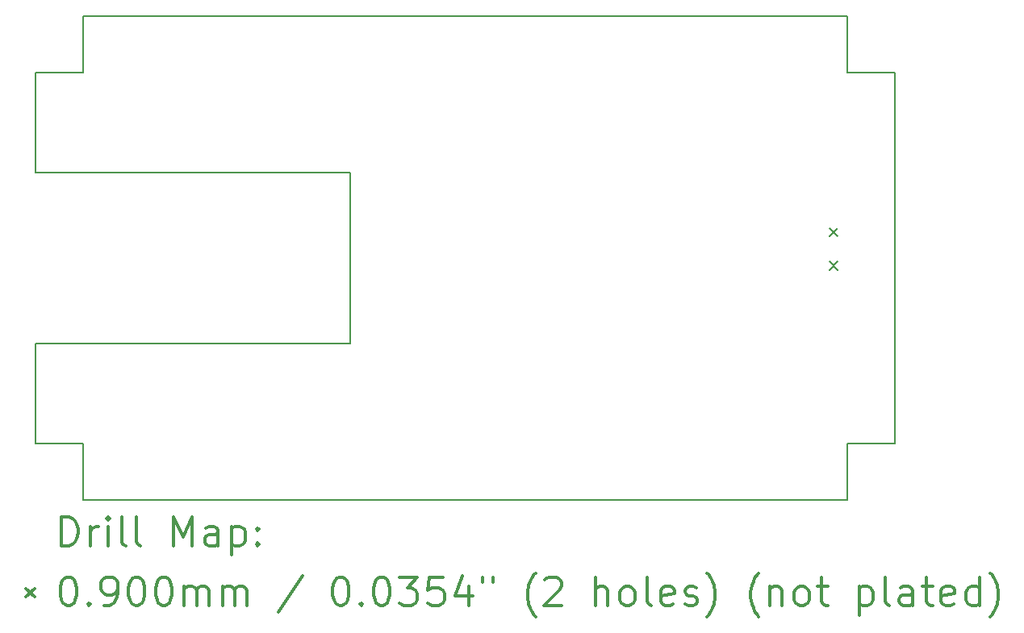
<source format=gbr>
%FSLAX45Y45*%
G04 Gerber Fmt 4.5, Leading zero omitted, Abs format (unit mm)*
G04 Created by KiCad (PCBNEW (5.1.10)-1) date 2021-07-14 15:22:44*
%MOMM*%
%LPD*%
G01*
G04 APERTURE LIST*
%TA.AperFunction,Profile*%
%ADD10C,0.203200*%
%TD*%
%ADD11C,0.200000*%
%ADD12C,0.300000*%
G04 APERTURE END LIST*
D10*
X15578460Y-9779300D02*
X15578460Y-11575080D01*
X12279000Y-9779300D02*
X15578460Y-9779300D01*
X12279000Y-8732820D02*
X12279000Y-9779300D01*
X20798160Y-8133380D02*
X12776840Y-8133380D01*
X21298540Y-8732820D02*
X21298540Y-8732820D01*
X12776840Y-12621560D02*
X12776840Y-13221000D01*
X15578460Y-11575080D02*
X12279000Y-11575080D01*
X12776840Y-8732820D02*
X12279000Y-8732820D01*
X12279000Y-12621560D02*
X12776840Y-12621560D01*
X21298540Y-12621560D02*
X21298540Y-8732820D01*
X20798160Y-12621560D02*
X21298540Y-12621560D01*
X20798160Y-13221000D02*
X20798160Y-12621560D01*
X12776840Y-13221000D02*
X20798160Y-13221000D01*
X20798160Y-8732820D02*
X20798160Y-8133380D01*
X21298540Y-8732820D02*
X20798160Y-8732820D01*
X12279000Y-11575080D02*
X12279000Y-12621560D01*
X12776840Y-8133380D02*
X12776840Y-8732820D01*
D11*
X20610000Y-10361000D02*
X20700000Y-10451000D01*
X20700000Y-10361000D02*
X20610000Y-10451000D01*
X20610000Y-10711000D02*
X20700000Y-10801000D01*
X20700000Y-10711000D02*
X20610000Y-10801000D01*
D12*
X12555268Y-13696874D02*
X12555268Y-13396874D01*
X12626697Y-13396874D01*
X12669554Y-13411160D01*
X12698126Y-13439731D01*
X12712411Y-13468303D01*
X12726697Y-13525446D01*
X12726697Y-13568303D01*
X12712411Y-13625446D01*
X12698126Y-13654017D01*
X12669554Y-13682589D01*
X12626697Y-13696874D01*
X12555268Y-13696874D01*
X12855268Y-13696874D02*
X12855268Y-13496874D01*
X12855268Y-13554017D02*
X12869554Y-13525446D01*
X12883840Y-13511160D01*
X12912411Y-13496874D01*
X12940983Y-13496874D01*
X13040983Y-13696874D02*
X13040983Y-13496874D01*
X13040983Y-13396874D02*
X13026697Y-13411160D01*
X13040983Y-13425446D01*
X13055268Y-13411160D01*
X13040983Y-13396874D01*
X13040983Y-13425446D01*
X13226697Y-13696874D02*
X13198126Y-13682589D01*
X13183840Y-13654017D01*
X13183840Y-13396874D01*
X13383840Y-13696874D02*
X13355268Y-13682589D01*
X13340983Y-13654017D01*
X13340983Y-13396874D01*
X13726697Y-13696874D02*
X13726697Y-13396874D01*
X13826697Y-13611160D01*
X13926697Y-13396874D01*
X13926697Y-13696874D01*
X14198126Y-13696874D02*
X14198126Y-13539731D01*
X14183840Y-13511160D01*
X14155268Y-13496874D01*
X14098126Y-13496874D01*
X14069554Y-13511160D01*
X14198126Y-13682589D02*
X14169554Y-13696874D01*
X14098126Y-13696874D01*
X14069554Y-13682589D01*
X14055268Y-13654017D01*
X14055268Y-13625446D01*
X14069554Y-13596874D01*
X14098126Y-13582589D01*
X14169554Y-13582589D01*
X14198126Y-13568303D01*
X14340983Y-13496874D02*
X14340983Y-13796874D01*
X14340983Y-13511160D02*
X14369554Y-13496874D01*
X14426697Y-13496874D01*
X14455268Y-13511160D01*
X14469554Y-13525446D01*
X14483840Y-13554017D01*
X14483840Y-13639731D01*
X14469554Y-13668303D01*
X14455268Y-13682589D01*
X14426697Y-13696874D01*
X14369554Y-13696874D01*
X14340983Y-13682589D01*
X14612411Y-13668303D02*
X14626697Y-13682589D01*
X14612411Y-13696874D01*
X14598126Y-13682589D01*
X14612411Y-13668303D01*
X14612411Y-13696874D01*
X14612411Y-13511160D02*
X14626697Y-13525446D01*
X14612411Y-13539731D01*
X14598126Y-13525446D01*
X14612411Y-13511160D01*
X14612411Y-13539731D01*
X12178840Y-14146160D02*
X12268840Y-14236160D01*
X12268840Y-14146160D02*
X12178840Y-14236160D01*
X12612411Y-14026874D02*
X12640983Y-14026874D01*
X12669554Y-14041160D01*
X12683840Y-14055446D01*
X12698126Y-14084017D01*
X12712411Y-14141160D01*
X12712411Y-14212589D01*
X12698126Y-14269731D01*
X12683840Y-14298303D01*
X12669554Y-14312589D01*
X12640983Y-14326874D01*
X12612411Y-14326874D01*
X12583840Y-14312589D01*
X12569554Y-14298303D01*
X12555268Y-14269731D01*
X12540983Y-14212589D01*
X12540983Y-14141160D01*
X12555268Y-14084017D01*
X12569554Y-14055446D01*
X12583840Y-14041160D01*
X12612411Y-14026874D01*
X12840983Y-14298303D02*
X12855268Y-14312589D01*
X12840983Y-14326874D01*
X12826697Y-14312589D01*
X12840983Y-14298303D01*
X12840983Y-14326874D01*
X12998126Y-14326874D02*
X13055268Y-14326874D01*
X13083840Y-14312589D01*
X13098126Y-14298303D01*
X13126697Y-14255446D01*
X13140983Y-14198303D01*
X13140983Y-14084017D01*
X13126697Y-14055446D01*
X13112411Y-14041160D01*
X13083840Y-14026874D01*
X13026697Y-14026874D01*
X12998126Y-14041160D01*
X12983840Y-14055446D01*
X12969554Y-14084017D01*
X12969554Y-14155446D01*
X12983840Y-14184017D01*
X12998126Y-14198303D01*
X13026697Y-14212589D01*
X13083840Y-14212589D01*
X13112411Y-14198303D01*
X13126697Y-14184017D01*
X13140983Y-14155446D01*
X13326697Y-14026874D02*
X13355268Y-14026874D01*
X13383840Y-14041160D01*
X13398126Y-14055446D01*
X13412411Y-14084017D01*
X13426697Y-14141160D01*
X13426697Y-14212589D01*
X13412411Y-14269731D01*
X13398126Y-14298303D01*
X13383840Y-14312589D01*
X13355268Y-14326874D01*
X13326697Y-14326874D01*
X13298126Y-14312589D01*
X13283840Y-14298303D01*
X13269554Y-14269731D01*
X13255268Y-14212589D01*
X13255268Y-14141160D01*
X13269554Y-14084017D01*
X13283840Y-14055446D01*
X13298126Y-14041160D01*
X13326697Y-14026874D01*
X13612411Y-14026874D02*
X13640983Y-14026874D01*
X13669554Y-14041160D01*
X13683840Y-14055446D01*
X13698126Y-14084017D01*
X13712411Y-14141160D01*
X13712411Y-14212589D01*
X13698126Y-14269731D01*
X13683840Y-14298303D01*
X13669554Y-14312589D01*
X13640983Y-14326874D01*
X13612411Y-14326874D01*
X13583840Y-14312589D01*
X13569554Y-14298303D01*
X13555268Y-14269731D01*
X13540983Y-14212589D01*
X13540983Y-14141160D01*
X13555268Y-14084017D01*
X13569554Y-14055446D01*
X13583840Y-14041160D01*
X13612411Y-14026874D01*
X13840983Y-14326874D02*
X13840983Y-14126874D01*
X13840983Y-14155446D02*
X13855268Y-14141160D01*
X13883840Y-14126874D01*
X13926697Y-14126874D01*
X13955268Y-14141160D01*
X13969554Y-14169731D01*
X13969554Y-14326874D01*
X13969554Y-14169731D02*
X13983840Y-14141160D01*
X14012411Y-14126874D01*
X14055268Y-14126874D01*
X14083840Y-14141160D01*
X14098126Y-14169731D01*
X14098126Y-14326874D01*
X14240983Y-14326874D02*
X14240983Y-14126874D01*
X14240983Y-14155446D02*
X14255268Y-14141160D01*
X14283840Y-14126874D01*
X14326697Y-14126874D01*
X14355268Y-14141160D01*
X14369554Y-14169731D01*
X14369554Y-14326874D01*
X14369554Y-14169731D02*
X14383840Y-14141160D01*
X14412411Y-14126874D01*
X14455268Y-14126874D01*
X14483840Y-14141160D01*
X14498126Y-14169731D01*
X14498126Y-14326874D01*
X15083840Y-14012589D02*
X14826697Y-14398303D01*
X15469554Y-14026874D02*
X15498126Y-14026874D01*
X15526697Y-14041160D01*
X15540983Y-14055446D01*
X15555268Y-14084017D01*
X15569554Y-14141160D01*
X15569554Y-14212589D01*
X15555268Y-14269731D01*
X15540983Y-14298303D01*
X15526697Y-14312589D01*
X15498126Y-14326874D01*
X15469554Y-14326874D01*
X15440983Y-14312589D01*
X15426697Y-14298303D01*
X15412411Y-14269731D01*
X15398126Y-14212589D01*
X15398126Y-14141160D01*
X15412411Y-14084017D01*
X15426697Y-14055446D01*
X15440983Y-14041160D01*
X15469554Y-14026874D01*
X15698126Y-14298303D02*
X15712411Y-14312589D01*
X15698126Y-14326874D01*
X15683840Y-14312589D01*
X15698126Y-14298303D01*
X15698126Y-14326874D01*
X15898126Y-14026874D02*
X15926697Y-14026874D01*
X15955268Y-14041160D01*
X15969554Y-14055446D01*
X15983840Y-14084017D01*
X15998126Y-14141160D01*
X15998126Y-14212589D01*
X15983840Y-14269731D01*
X15969554Y-14298303D01*
X15955268Y-14312589D01*
X15926697Y-14326874D01*
X15898126Y-14326874D01*
X15869554Y-14312589D01*
X15855268Y-14298303D01*
X15840983Y-14269731D01*
X15826697Y-14212589D01*
X15826697Y-14141160D01*
X15840983Y-14084017D01*
X15855268Y-14055446D01*
X15869554Y-14041160D01*
X15898126Y-14026874D01*
X16098126Y-14026874D02*
X16283840Y-14026874D01*
X16183840Y-14141160D01*
X16226697Y-14141160D01*
X16255268Y-14155446D01*
X16269554Y-14169731D01*
X16283840Y-14198303D01*
X16283840Y-14269731D01*
X16269554Y-14298303D01*
X16255268Y-14312589D01*
X16226697Y-14326874D01*
X16140983Y-14326874D01*
X16112411Y-14312589D01*
X16098126Y-14298303D01*
X16555268Y-14026874D02*
X16412411Y-14026874D01*
X16398126Y-14169731D01*
X16412411Y-14155446D01*
X16440983Y-14141160D01*
X16512411Y-14141160D01*
X16540983Y-14155446D01*
X16555268Y-14169731D01*
X16569554Y-14198303D01*
X16569554Y-14269731D01*
X16555268Y-14298303D01*
X16540983Y-14312589D01*
X16512411Y-14326874D01*
X16440983Y-14326874D01*
X16412411Y-14312589D01*
X16398126Y-14298303D01*
X16826697Y-14126874D02*
X16826697Y-14326874D01*
X16755268Y-14012589D02*
X16683840Y-14226874D01*
X16869554Y-14226874D01*
X16969554Y-14026874D02*
X16969554Y-14084017D01*
X17083840Y-14026874D02*
X17083840Y-14084017D01*
X17526697Y-14441160D02*
X17512411Y-14426874D01*
X17483840Y-14384017D01*
X17469554Y-14355446D01*
X17455268Y-14312589D01*
X17440983Y-14241160D01*
X17440983Y-14184017D01*
X17455268Y-14112589D01*
X17469554Y-14069731D01*
X17483840Y-14041160D01*
X17512411Y-13998303D01*
X17526697Y-13984017D01*
X17626697Y-14055446D02*
X17640983Y-14041160D01*
X17669554Y-14026874D01*
X17740983Y-14026874D01*
X17769554Y-14041160D01*
X17783840Y-14055446D01*
X17798126Y-14084017D01*
X17798126Y-14112589D01*
X17783840Y-14155446D01*
X17612411Y-14326874D01*
X17798126Y-14326874D01*
X18155268Y-14326874D02*
X18155268Y-14026874D01*
X18283840Y-14326874D02*
X18283840Y-14169731D01*
X18269554Y-14141160D01*
X18240983Y-14126874D01*
X18198126Y-14126874D01*
X18169554Y-14141160D01*
X18155268Y-14155446D01*
X18469554Y-14326874D02*
X18440983Y-14312589D01*
X18426697Y-14298303D01*
X18412411Y-14269731D01*
X18412411Y-14184017D01*
X18426697Y-14155446D01*
X18440983Y-14141160D01*
X18469554Y-14126874D01*
X18512411Y-14126874D01*
X18540983Y-14141160D01*
X18555268Y-14155446D01*
X18569554Y-14184017D01*
X18569554Y-14269731D01*
X18555268Y-14298303D01*
X18540983Y-14312589D01*
X18512411Y-14326874D01*
X18469554Y-14326874D01*
X18740983Y-14326874D02*
X18712411Y-14312589D01*
X18698126Y-14284017D01*
X18698126Y-14026874D01*
X18969554Y-14312589D02*
X18940983Y-14326874D01*
X18883840Y-14326874D01*
X18855268Y-14312589D01*
X18840983Y-14284017D01*
X18840983Y-14169731D01*
X18855268Y-14141160D01*
X18883840Y-14126874D01*
X18940983Y-14126874D01*
X18969554Y-14141160D01*
X18983840Y-14169731D01*
X18983840Y-14198303D01*
X18840983Y-14226874D01*
X19098126Y-14312589D02*
X19126697Y-14326874D01*
X19183840Y-14326874D01*
X19212411Y-14312589D01*
X19226697Y-14284017D01*
X19226697Y-14269731D01*
X19212411Y-14241160D01*
X19183840Y-14226874D01*
X19140983Y-14226874D01*
X19112411Y-14212589D01*
X19098126Y-14184017D01*
X19098126Y-14169731D01*
X19112411Y-14141160D01*
X19140983Y-14126874D01*
X19183840Y-14126874D01*
X19212411Y-14141160D01*
X19326697Y-14441160D02*
X19340983Y-14426874D01*
X19369554Y-14384017D01*
X19383840Y-14355446D01*
X19398126Y-14312589D01*
X19412411Y-14241160D01*
X19412411Y-14184017D01*
X19398126Y-14112589D01*
X19383840Y-14069731D01*
X19369554Y-14041160D01*
X19340983Y-13998303D01*
X19326697Y-13984017D01*
X19869554Y-14441160D02*
X19855268Y-14426874D01*
X19826697Y-14384017D01*
X19812411Y-14355446D01*
X19798126Y-14312589D01*
X19783840Y-14241160D01*
X19783840Y-14184017D01*
X19798126Y-14112589D01*
X19812411Y-14069731D01*
X19826697Y-14041160D01*
X19855268Y-13998303D01*
X19869554Y-13984017D01*
X19983840Y-14126874D02*
X19983840Y-14326874D01*
X19983840Y-14155446D02*
X19998126Y-14141160D01*
X20026697Y-14126874D01*
X20069554Y-14126874D01*
X20098126Y-14141160D01*
X20112411Y-14169731D01*
X20112411Y-14326874D01*
X20298126Y-14326874D02*
X20269554Y-14312589D01*
X20255268Y-14298303D01*
X20240983Y-14269731D01*
X20240983Y-14184017D01*
X20255268Y-14155446D01*
X20269554Y-14141160D01*
X20298126Y-14126874D01*
X20340983Y-14126874D01*
X20369554Y-14141160D01*
X20383840Y-14155446D01*
X20398126Y-14184017D01*
X20398126Y-14269731D01*
X20383840Y-14298303D01*
X20369554Y-14312589D01*
X20340983Y-14326874D01*
X20298126Y-14326874D01*
X20483840Y-14126874D02*
X20598126Y-14126874D01*
X20526697Y-14026874D02*
X20526697Y-14284017D01*
X20540983Y-14312589D01*
X20569554Y-14326874D01*
X20598126Y-14326874D01*
X20926697Y-14126874D02*
X20926697Y-14426874D01*
X20926697Y-14141160D02*
X20955268Y-14126874D01*
X21012411Y-14126874D01*
X21040983Y-14141160D01*
X21055268Y-14155446D01*
X21069554Y-14184017D01*
X21069554Y-14269731D01*
X21055268Y-14298303D01*
X21040983Y-14312589D01*
X21012411Y-14326874D01*
X20955268Y-14326874D01*
X20926697Y-14312589D01*
X21240983Y-14326874D02*
X21212411Y-14312589D01*
X21198126Y-14284017D01*
X21198126Y-14026874D01*
X21483840Y-14326874D02*
X21483840Y-14169731D01*
X21469554Y-14141160D01*
X21440983Y-14126874D01*
X21383840Y-14126874D01*
X21355268Y-14141160D01*
X21483840Y-14312589D02*
X21455268Y-14326874D01*
X21383840Y-14326874D01*
X21355268Y-14312589D01*
X21340983Y-14284017D01*
X21340983Y-14255446D01*
X21355268Y-14226874D01*
X21383840Y-14212589D01*
X21455268Y-14212589D01*
X21483840Y-14198303D01*
X21583840Y-14126874D02*
X21698126Y-14126874D01*
X21626697Y-14026874D02*
X21626697Y-14284017D01*
X21640983Y-14312589D01*
X21669554Y-14326874D01*
X21698126Y-14326874D01*
X21912411Y-14312589D02*
X21883840Y-14326874D01*
X21826697Y-14326874D01*
X21798126Y-14312589D01*
X21783840Y-14284017D01*
X21783840Y-14169731D01*
X21798126Y-14141160D01*
X21826697Y-14126874D01*
X21883840Y-14126874D01*
X21912411Y-14141160D01*
X21926697Y-14169731D01*
X21926697Y-14198303D01*
X21783840Y-14226874D01*
X22183840Y-14326874D02*
X22183840Y-14026874D01*
X22183840Y-14312589D02*
X22155268Y-14326874D01*
X22098126Y-14326874D01*
X22069554Y-14312589D01*
X22055268Y-14298303D01*
X22040983Y-14269731D01*
X22040983Y-14184017D01*
X22055268Y-14155446D01*
X22069554Y-14141160D01*
X22098126Y-14126874D01*
X22155268Y-14126874D01*
X22183840Y-14141160D01*
X22298126Y-14441160D02*
X22312411Y-14426874D01*
X22340983Y-14384017D01*
X22355268Y-14355446D01*
X22369554Y-14312589D01*
X22383840Y-14241160D01*
X22383840Y-14184017D01*
X22369554Y-14112589D01*
X22355268Y-14069731D01*
X22340983Y-14041160D01*
X22312411Y-13998303D01*
X22298126Y-13984017D01*
M02*

</source>
